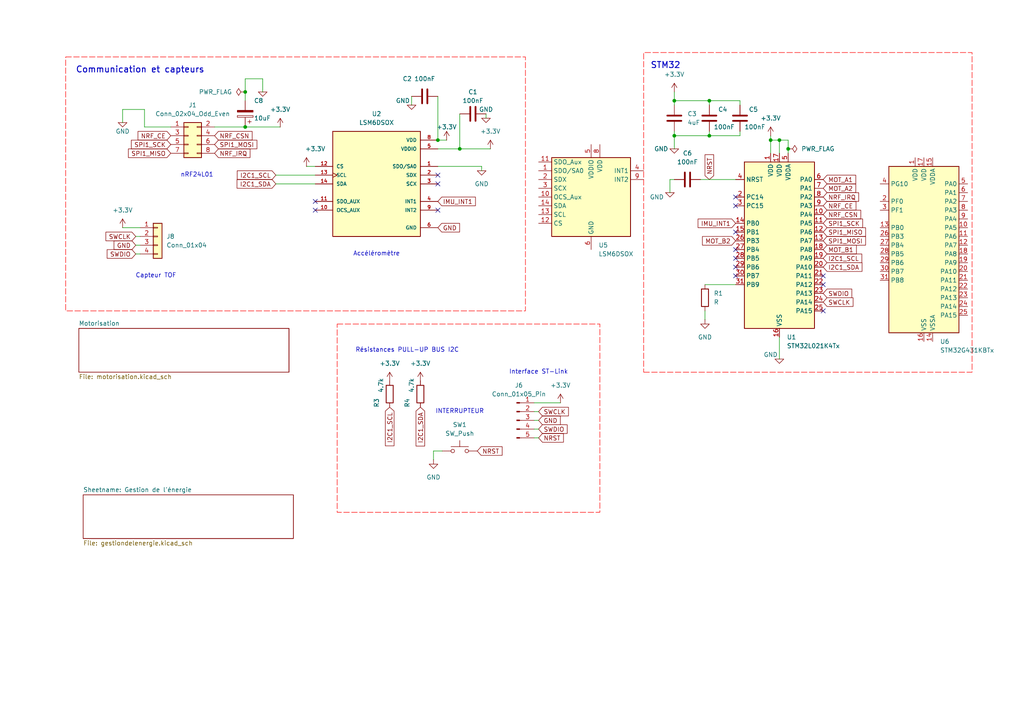
<source format=kicad_sch>
(kicad_sch (version 20250114) (generator "eeschema") (generator_version "9.0")
  (paper "A4")
  (title_block (title "PCB BOT Moatsembellh") (date "2026-02-07") (rev "1.0") (company "ENSEA"))
  (lib_symbols
    (symbol "Connector:Conn_01x05_Pin" (pin_names (offset 1.016) (hide yes))
      (property "Reference" "J" (at 0 7.62 0))
      (property "Value" "Conn_01x05_Pin" (at 0 -7.62 0))
      (symbol "Conn_01x05_Pin_1_1"
        (rectangle (start 0.8636 5.207) (end 0 4.953) (stroke (width 0.1524)) (fill (type outline)))
        (rectangle (start 0.8636 2.667) (end 0 2.413) (stroke (width 0.1524)) (fill (type outline)))
        (rectangle (start 0.8636 0.127) (end 0 -0.127) (stroke (width 0.1524)) (fill (type outline)))
        (rectangle (start 0.8636 -2.413) (end 0 -2.667) (stroke (width 0.1524)) (fill (type outline)))
        (rectangle (start 0.8636 -4.953) (end 0 -5.207) (stroke (width 0.1524)) (fill (type outline)))
        (polyline (pts (xy 1.27 5.08) (xy 0.8636 5.08)) (stroke (width 0.1524)))
        (polyline (pts (xy 1.27 2.54) (xy 0.8636 2.54)) (stroke (width 0.1524)))
        (polyline (pts (xy 1.27 0) (xy 0.8636 0)) (stroke (width 0.1524)))
        (polyline (pts (xy 1.27 -2.54) (xy 0.8636 -2.54)) (stroke (width 0.1524)))
        (polyline (pts (xy 1.27 -5.08) (xy 0.8636 -5.08)) (stroke (width 0.1524)))
        (pin passive line (at 5.08 5.08 180) (length 3.81) (name "Pin_1") (number "1"))
        (pin passive line (at 5.08 2.54 180) (length 3.81) (name "Pin_2") (number "2"))
        (pin passive line (at 5.08 0 180) (length 3.81) (name "Pin_3") (number "3"))
        (pin passive line (at 5.08 -2.54 180) (length 3.81) (name "Pin_4") (number "4"))
        (pin passive line (at 5.08 -5.08 180) (length 3.81) (name "Pin_5") (number "5"))
      )
    )
    (symbol "Connector_Generic:Conn_01x04" (pin_names (offset 1.016) (hide yes))
      (property "Reference" "J" (at 0 5.08 0))
      (property "Value" "Conn_01x04" (at 0 -7.62 0))
      (symbol "Conn_01x04_1_1"
        (rectangle (start -1.27 3.81) (end 1.27 -6.35) (stroke (width 0.254)) (fill (type background)))
        (rectangle (start -1.27 2.667) (end 0 2.413) (stroke (width 0.1524)))
        (rectangle (start -1.27 0.127) (end 0 -0.127) (stroke (width 0.1524)))
        (rectangle (start -1.27 -2.413) (end 0 -2.667) (stroke (width 0.1524)))
        (rectangle (start -1.27 -4.953) (end 0 -5.207) (stroke (width 0.1524)))
        (pin passive line (at -5.08 2.54 0) (length 3.81) (name "Pin_1") (number "1"))
        (pin passive line (at -5.08 0 0) (length 3.81) (name "Pin_2") (number "2"))
        (pin passive line (at -5.08 -2.54 0) (length 3.81) (name "Pin_3") (number "3"))
        (pin passive line (at -5.08 -5.08 0) (length 3.81) (name "Pin_4") (number "4"))
      )
    )
    (symbol "Connector_Generic:Conn_02x04_Odd_Even" (pin_names (offset 1.016) (hide yes))
      (property "Reference" "J" (at 1.27 5.08 0))
      (property "Value" "Conn_02x04_Odd_Even" (at 1.27 -7.62 0))
      (symbol "Conn_02x04_Odd_Even_1_1"
        (rectangle (start -1.27 3.81) (end 3.81 -6.35) (stroke (width 0.254)) (fill (type background)))
        (rectangle (start -1.27 2.667) (end 0 2.413) (stroke (width 0.1524)))
        (rectangle (start -1.27 0.127) (end 0 -0.127) (stroke (width 0.1524)))
        (rectangle (start -1.27 -2.413) (end 0 -2.667) (stroke (width 0.1524)))
        (rectangle (start -1.27 -4.953) (end 0 -5.207) (stroke (width 0.1524)))
        (rectangle (start 3.81 2.667) (end 2.54 2.413) (stroke (width 0.1524)))
        (rectangle (start 3.81 0.127) (end 2.54 -0.127) (stroke (width 0.1524)))
        (rectangle (start 3.81 -2.413) (end 2.54 -2.667) (stroke (width 0.1524)))
        (rectangle (start 3.81 -4.953) (end 2.54 -5.207) (stroke (width 0.1524)))
        (pin passive line (at -5.08 2.54 0) (length 3.81) (name "Pin_1") (number "1"))
        (pin passive line (at -5.08 0 0) (length 3.81) (name "Pin_3") (number "3"))
        (pin passive line (at -5.08 -2.54 0) (length 3.81) (name "Pin_5") (number "5"))
        (pin passive line (at -5.08 -5.08 0) (length 3.81) (name "Pin_7") (number "7"))
        (pin passive line (at 7.62 2.54 180) (length 3.81) (name "Pin_2") (number "2"))
        (pin passive line (at 7.62 0 180) (length 3.81) (name "Pin_4") (number "4"))
        (pin passive line (at 7.62 -2.54 180) (length 3.81) (name "Pin_6") (number "6"))
        (pin passive line (at 7.62 -5.08 180) (length 3.81) (name "Pin_8") (number "8"))
      )
    )
    (symbol "Device:C" (pin_numbers (hide yes)) (pin_names (offset 0.254))
      (property "Reference" "C" (at 0.635 2.54 0))
      (property "Value" "C" (at 0.635 -2.54 0))
      (symbol "C_0_1"
        (polyline (pts (xy -2.032 0.762) (xy 2.032 0.762)) (stroke (width 0.508)))
        (polyline (pts (xy -2.032 -0.762) (xy 2.032 -0.762)) (stroke (width 0.508)))
      )
      (symbol "C_1_1"
        (pin passive line (at 0 3.81 270) (length 2.794) (name "~") (number "1"))
        (pin passive line (at 0 -3.81 90) (length 2.794) (name "~") (number "2"))
      )
    )
    (symbol "Device:C_Polarized" (pin_numbers (hide yes)) (pin_names (offset 0.254))
      (property "Reference" "C" (at 0.635 2.54 0))
      (property "Value" "C_Polarized" (at 0.635 -2.54 0))
      (symbol "C_Polarized_0_1"
        (rectangle (start -2.286 0.508) (end 2.286 1.016))
        (polyline (pts (xy -1.778 2.286) (xy -0.762 2.286)))
        (polyline (pts (xy -1.27 2.794) (xy -1.27 1.778)))
        (rectangle (start 2.286 -0.508) (end -2.286 -1.016) (fill (type outline)))
      )
      (symbol "C_Polarized_1_1"
        (pin passive line (at 0 3.81 270) (length 2.794) (name "~") (number "1"))
        (pin passive line (at 0 -3.81 90) (length 2.794) (name "~") (number "2"))
      )
    )
    (symbol "Device:R" (pin_numbers (hide yes)) (pin_names (offset 0))
      (property "Reference" "R" (at 2.032 0 90))
      (property "Value" "R" (at 0 0 90))
      (symbol "R_0_1"
        (rectangle (start -1.016 -2.54) (end 1.016 2.54) (stroke (width 0.254)))
      )
      (symbol "R_1_1"
        (pin passive line (at 0 3.81 270) (length 1.27) (name "~") (number "1"))
        (pin passive line (at 0 -3.81 90) (length 1.27) (name "~") (number "2"))
      )
    )
    (symbol "LSM6DSOX:LSM6DSOX" (pin_names (offset 1.016))
      (property "Reference" "U" (at -12.7 16.002 0))
      (property "Value" "LSM6DSOX" (at -12.7 -17.78 0))
      (symbol "LSM6DSOX_0_0"
        (rectangle (start -12.7 -15.24) (end 12.7 15.24) (stroke (width 0.254)) (fill (type background)))
        (pin input line (at -17.78 5.08 0) (length 5.08) (name "CS") (number "12"))
        (pin input clock (at -17.78 2.54 0) (length 5.08) (name "SCL") (number "13"))
        (pin bidirectional line (at -17.78 0 0) (length 5.08) (name "SDA") (number "14"))
        (pin bidirectional line (at -17.78 -5.08 0) (length 5.08) (name "SDO_AUX") (number "11"))
        (pin bidirectional line (at -17.78 -7.62 0) (length 5.08) (name "OCS_AUX") (number "10"))
        (pin power_in line (at 17.78 12.7 180) (length 5.08) (name "VDD") (number "8"))
        (pin power_in line (at 17.78 10.16 180) (length 5.08) (name "VDDIO") (number "5"))
        (pin bidirectional line (at 17.78 2.54 180) (length 5.08) (name "SDX") (number "2"))
        (pin bidirectional line (at 17.78 0 180) (length 5.08) (name "SCX") (number "3"))
        (pin output line (at 17.78 -5.08 180) (length 5.08) (name "INT1") (number "4"))
        (pin output line (at 17.78 -7.62 180) (length 5.08) (name "INT2") (number "9"))
        (pin power_in line (at 17.78 -12.7 180) (length 5.08) (name "GND") (number "6"))
        (pin power_in line (at 17.78 -12.7 180) (length 5.08) (hide yes) (name "GND") (number "7"))
      )
      (symbol "LSM6DSOX_1_0"
        (pin power_in line (at 17.78 5.08 180) (length 5.08) (name "SDO/SA0") (number "1"))
      )
    )
    (symbol "MCU_ST_STM32G4:STM32G431KBTx"
      (property "Reference" "U" (at -10.16 26.67 0))
      (property "Value" "STM32G431KBTx" (at 5.08 26.67 0))
      (symbol "STM32G431KBTx_0_1"
        (rectangle (start -10.16 -22.86) (end 10.16 25.4) (stroke (width 0.254)) (fill (type background)))
      )
      (symbol "STM32G431KBTx_1_1"
        (pin bidirectional line (at -12.7 20.32 0) (length 2.54) (name "PG10") (number "4"))
        (pin bidirectional line (at -12.7 15.24 0) (length 2.54) (name "PF0") (number "2"))
        (pin bidirectional line (at -12.7 12.7 0) (length 2.54) (name "PF1") (number "3"))
        (pin bidirectional line (at -12.7 7.62 0) (length 2.54) (name "PB0") (number "13"))
        (pin bidirectional line (at -12.7 5.08 0) (length 2.54) (name "PB3") (number "26"))
        (pin bidirectional line (at -12.7 2.54 0) (length 2.54) (name "PB4") (number "27"))
        (pin bidirectional line (at -12.7 0 0) (length 2.54) (name "PB5") (number "28"))
        (pin bidirectional line (at -12.7 -2.54 0) (length 2.54) (name "PB6") (number "29"))
        (pin bidirectional line (at -12.7 -5.08 0) (length 2.54) (name "PB7") (number "30"))
        (pin bidirectional line (at -12.7 -7.62 0) (length 2.54) (name "PB8") (number "31"))
        (pin power_in line (at -2.54 27.94 270) (length 2.54) (name "VDD") (number "1"))
        (pin power_in line (at 0 27.94 270) (length 2.54) (name "VDD") (number "17"))
        (pin power_in line (at 0 -25.4 90) (length 2.54) (name "VSS") (number "16"))
        (pin passive line (at 0 -25.4 90) (length 2.54) (hide yes) (name "VSS") (number "32"))
        (pin power_in line (at 2.54 27.94 270) (length 2.54) (name "VDDA") (number "15"))
        (pin power_in line (at 2.54 -25.4 90) (length 2.54) (name "VSSA") (number "14"))
        (pin bidirectional line (at 12.7 20.32 180) (length 2.54) (name "PA0") (number "5"))
        (pin bidirectional line (at 12.7 17.78 180) (length 2.54) (name "PA1") (number "6"))
        (pin bidirectional line (at 12.7 15.24 180) (length 2.54) (name "PA2") (number "7"))
        (pin bidirectional line (at 12.7 12.7 180) (length 2.54) (name "PA3") (number "8"))
        (pin bidirectional line (at 12.7 10.16 180) (length 2.54) (name "PA4") (number "9"))
        (pin bidirectional line (at 12.7 7.62 180) (length 2.54) (name "PA5") (number "10"))
        (pin bidirectional line (at 12.7 5.08 180) (length 2.54) (name "PA6") (number "11"))
        (pin bidirectional line (at 12.7 2.54 180) (length 2.54) (name "PA7") (number "12"))
        (pin bidirectional line (at 12.7 0 180) (length 2.54) (name "PA8") (number "18"))
        (pin bidirectional line (at 12.7 -2.54 180) (length 2.54) (name "PA9") (number "19"))
        (pin bidirectional line (at 12.7 -5.08 180) (length 2.54) (name "PA10") (number "20"))
        (pin bidirectional line (at 12.7 -7.62 180) (length 2.54) (name "PA11") (number "21"))
        (pin bidirectional line (at 12.7 -10.16 180) (length 2.54) (name "PA12") (number "22"))
        (pin bidirectional line (at 12.7 -12.7 180) (length 2.54) (name "PA13") (number "23"))
        (pin bidirectional line (at 12.7 -15.24 180) (length 2.54) (name "PA14") (number "24"))
        (pin bidirectional line (at 12.7 -17.78 180) (length 2.54) (name "PA15") (number "25"))
      )
    )
    (symbol "MCU_ST_STM32L0:STM32L021K4Tx"
      (property "Reference" "U" (at -10.16 26.67 0))
      (property "Value" "STM32L021K4Tx" (at 5.08 26.67 0))
      (symbol "STM32L021K4Tx_0_1"
        (rectangle (start -10.16 -22.86) (end 10.16 25.4) (stroke (width 0.254)) (fill (type background)))
      )
      (symbol "STM32L021K4Tx_1_1"
        (pin input line (at -12.7 20.32 0) (length 2.54) (name "NRST") (number "4"))
        (pin bidirectional line (at -12.7 15.24 0) (length 2.54) (name "PC14") (number "2"))
        (pin bidirectional line (at -12.7 12.7 0) (length 2.54) (name "PC15") (number "3"))
        (pin bidirectional line (at -12.7 7.62 0) (length 2.54) (name "PB0") (number "14"))
        (pin bidirectional line (at -12.7 5.08 0) (length 2.54) (name "PB1") (number "15"))
        (pin bidirectional line (at -12.7 2.54 0) (length 2.54) (name "PB3") (number "26"))
        (pin bidirectional line (at -12.7 0 0) (length 2.54) (name "PB4") (number "27"))
        (pin bidirectional line (at -12.7 -2.54 0) (length 2.54) (name "PB5") (number "28"))
        (pin bidirectional line (at -12.7 -5.08 0) (length 2.54) (name "PB6") (number "29"))
        (pin bidirectional line (at -12.7 -7.62 0) (length 2.54) (name "PB7") (number "30"))
        (pin bidirectional line (at -12.7 -10.16 0) (length 2.54) (name "PB9") (number "31"))
        (pin power_in line (at -2.54 27.94 270) (length 2.54) (name "VDD") (number "1"))
        (pin power_in line (at 0 27.94 270) (length 2.54) (name "VDD") (number "17"))
        (pin power_in line (at 0 -25.4 90) (length 2.54) (name "VSS") (number "16"))
        (pin passive line (at 0 -25.4 90) (length 2.54) (hide yes) (name "VSS") (number "32"))
        (pin power_in line (at 2.54 27.94 270) (length 2.54) (name "VDDA") (number "5"))
        (pin bidirectional line (at 12.7 20.32 180) (length 2.54) (name "PA0") (number "6"))
        (pin bidirectional line (at 12.7 17.78 180) (length 2.54) (name "PA1") (number "7"))
        (pin bidirectional line (at 12.7 15.24 180) (length 2.54) (name "PA2") (number "8"))
        (pin bidirectional line (at 12.7 12.7 180) (length 2.54) (name "PA3") (number "9"))
        (pin bidirectional line (at 12.7 10.16 180) (length 2.54) (name "PA4") (number "10"))
        (pin bidirectional line (at 12.7 7.62 180) (length 2.54) (name "PA5") (number "11"))
        (pin bidirectional line (at 12.7 5.08 180) (length 2.54) (name "PA6") (number "12"))
        (pin bidirectional line (at 12.7 2.54 180) (length 2.54) (name "PA7") (number "13"))
        (pin bidirectional line (at 12.7 0 180) (length 2.54) (name "PA8") (number "18"))
        (pin bidirectional line (at 12.7 -2.54 180) (length 2.54) (name "PA9") (number "19"))
        (pin bidirectional line (at 12.7 -5.08 180) (length 2.54) (name "PA10") (number "20"))
        (pin bidirectional line (at 12.7 -7.62 180) (length 2.54) (name "PA11") (number "21"))
        (pin bidirectional line (at 12.7 -10.16 180) (length 2.54) (name "PA12") (number "22"))
        (pin bidirectional line (at 12.7 -12.7 180) (length 2.54) (name "PA13") (number "23"))
        (pin bidirectional line (at 12.7 -15.24 180) (length 2.54) (name "PA14") (number "24"))
        (pin bidirectional line (at 12.7 -17.78 180) (length 2.54) (name "PA15") (number "25"))
      )
    )
    (symbol "Sensor_Motion:LSM6DSM"
      (property "Reference" "U" (at -11.43 15.24 0))
      (property "Value" "LSM6DSM" (at -11.43 12.7 0))
      (symbol "LSM6DSM_0_1"
        (rectangle (start 11.43 11.43) (end -11.43 -11.43) (stroke (width 0.254)) (fill (type background)))
      )
      (symbol "LSM6DSM_1_1"
        (pin bidirectional line (at -15.24 10.16 0) (length 3.81) (name "SDO_Aux") (number "11"))
        (pin bidirectional line (at -15.24 7.62 0) (length 3.81) (name "SDO/SA0") (number "1"))
        (pin bidirectional line (at -15.24 5.08 0) (length 3.81) (name "SDX") (number "2"))
        (pin input line (at -15.24 2.54 0) (length 3.81) (name "SCX") (number "3"))
        (pin passive line (at -15.24 0 0) (length 3.81) (name "OCS_Aux") (number "10"))
        (pin bidirectional line (at -15.24 -2.54 0) (length 3.81) (name "SDA") (number "14"))
        (pin input line (at -15.24 -5.08 0) (length 3.81) (name "SCL") (number "13"))
        (pin input line (at -15.24 -7.62 0) (length 3.81) (name "CS") (number "12"))
        (pin power_in line (at 0 15.24 270) (length 3.81) (name "VDDIO") (number "5"))
        (pin power_in line (at 0 -15.24 90) (length 3.81) (name "GND") (number "6"))
        (pin passive line (at 0 -15.24 90) (length 3.81) (hide yes) (name "GND") (number "7"))
        (pin power_in line (at 2.54 15.24 270) (length 3.81) (name "VDD") (number "8"))
        (pin output line (at 15.24 7.62 180) (length 3.81) (name "INT1") (number "4"))
        (pin output line (at 15.24 5.08 180) (length 3.81) (name "INT2") (number "9"))
      )
    )
    (symbol "Simulation_SPICE:0" (power) (pin_numbers (hide yes)) (pin_names (offset 0) (hide yes))
      (property "Value" "0" (at 0 -2.54 0))
      (symbol "0_0_1"
        (polyline (pts (xy -1.27 0) (xy 0 -1.27) (xy 1.27 0) (xy -1.27 0)))
      )
      (symbol "0_1_1"
        (pin power_in line (at 0 0 0) (length 0) (name "~") (number "1"))
      )
    )
    (symbol "Switch:SW_Push" (pin_numbers (hide yes)) (pin_names (offset 1.016) (hide yes))
      (property "Reference" "SW" (at 1.27 2.54 0))
      (property "Value" "SW_Push" (at 0 -1.524 0))
      (symbol "SW_Push_0_1"
        (circle (center -2.032 0) (radius 0.508))
        (polyline (pts (xy 0 1.27) (xy 0 3.048)))
        (circle (center 2.032 0) (radius 0.508))
        (polyline (pts (xy 2.54 1.27) (xy -2.54 1.27)))
        (pin passive line (at -5.08 0 0) (length 2.54) (name "1") (number "1"))
        (pin passive line (at 5.08 0 180) (length 2.54) (name "2") (number "2"))
      )
    )
    (symbol "power:+3.3V" (power) (pin_numbers (hide yes)) (pin_names (offset 0) (hide yes))
      (property "Value" "+3.3V" (at 0 3.556 0))
      (symbol "+3.3V_0_1"
        (polyline (pts (xy -0.762 1.27) (xy 0 2.54)))
        (polyline (pts (xy 0 2.54) (xy 0.762 1.27)))
        (polyline (pts (xy 0 0) (xy 0 2.54)))
      )
      (symbol "+3.3V_1_1"
        (pin power_in line (at 0 0 90) (length 0) (name "~") (number "1"))
      )
    )
    (symbol "power:GND" (power) (pin_numbers (hide yes)) (pin_names (offset 0) (hide yes))
      (property "Value" "GND" (at 0 -3.81 0))
      (symbol "GND_0_1"
        (polyline (pts (xy 0 0) (xy 0 -1.27) (xy 1.27 -1.27) (xy 0 -2.54) (xy -1.27 -1.27) (xy 0 -1.27)))
      )
      (symbol "GND_1_1"
        (pin power_in line (at 0 0 270) (length 0) (name "~") (number "1"))
      )
    )
    (symbol "power:PWR_FLAG" (power) (pin_numbers (hide yes)) (pin_names (offset 0) (hide yes))
      (property "Value" "PWR_FLAG" (at 0 3.81 0))
      (symbol "PWR_FLAG_0_0"
        (pin power_out line (at 0 0 90) (length 0) (name "~") (number "1"))
      )
      (symbol "PWR_FLAG_0_1"
        (polyline (pts (xy 0 0) (xy 0 1.27) (xy -1.016 1.905) (xy 0 2.54) (xy 1.016 1.905) (xy 0 1.27)))
      )
    )
  )
  (text "nRF24L01" (at 57.15 50.8 0) (effects (font (size 1.27 1.27))))
  (text "Résistances PULL-UP BUS I2C" (at 118.11 101.6 0) (effects (font (size 1.27 1.27))))
  (text "STM32" (at 193.04 19.05 0) (effects (font (size 1.778 1.778) (thickness 0.254) (bold yes))))
  (text "Interface ST-Link" (at 156.21 107.95 0) (effects (font (size 1.27 1.27))))
  (text "INTERRUPTEUR\n" (at 133.35 119.38 0) (effects (font (size 1.27 1.27))))
  (text "Accéléromètre" (at 109.22 73.66 0) (effects (font (size 1.27 1.27))))
  (text "Communication et capteurs" (at 40.64 20.32 0) (effects (font (size 1.778 1.778) (thickness 0.254) (bold yes))))
  (text "Capteur TOF " (at 45.72 80.01 0) (effects (font (size 1.27 1.27))))
  (junction (at 226.06 40.64))
  (junction (at 71.12 26.67))
  (junction (at 133.35 43.18))
  (junction (at 195.58 39.37))
  (junction (at 127 40.64))
  (junction (at 71.12 36.83))
  (junction (at 223.52 40.64))
  (junction (at 195.58 29.21))
  (junction (at 205.74 29.21))
  (junction (at 228.6 43.18))
  (junction (at 205.74 39.37))
  (no_connect (at 127 53.34))
  (no_connect (at 238.76 80.01))
  (no_connect (at 238.76 90.17))
  (no_connect (at 213.36 74.93))
  (no_connect (at 213.36 59.69))
  (no_connect (at 127 60.96))
  (no_connect (at 91.44 58.42))
  (no_connect (at 127 50.8))
  (no_connect (at 213.36 67.31))
  (no_connect (at 238.76 82.55))
  (no_connect (at 213.36 80.01))
  (no_connect (at 213.36 77.47))
  (no_connect (at 91.44 60.96))
  (no_connect (at 213.36 57.15))
  (no_connect (at 213.36 72.39))
  (wire (pts (xy 156.21 127) (xy 154.94 127)))
  (wire (pts (xy 226.06 97.79) (xy 226.06 104.14)))
  (wire (pts (xy 195.58 52.07) (xy 194.31 52.07)))
  (wire (pts (xy 195.58 39.37) (xy 195.58 43.18)))
  (wire (pts (xy 128.27 130.81) (xy 125.73 130.81)))
  (wire (pts (xy 156.21 119.38) (xy 154.94 119.38)))
  (wire (pts (xy 205.74 39.37) (xy 214.63 39.37)))
  (wire (pts (xy 40.64 73.66) (xy 39.37 73.66)))
  (wire (pts (xy 40.64 68.58) (xy 39.37 68.58)))
  (wire (pts (xy 35.56 31.75) (xy 35.56 35.56)))
  (wire (pts (xy 127 40.64) (xy 129.54 40.64)))
  (wire (pts (xy 154.94 116.84) (xy 162.56 116.84)))
  (wire (pts (xy 127 43.18) (xy 133.35 43.18)))
  (wire (pts (xy 35.56 66.04) (xy 40.64 66.04)))
  (wire (pts (xy 223.52 40.64) (xy 223.52 44.45)))
  (wire (pts (xy 226.06 44.45) (xy 226.06 40.64)))
  (wire (pts (xy 195.58 26.67) (xy 195.58 29.21)))
  (wire (pts (xy 214.63 29.21) (xy 214.63 30.48)))
  (wire (pts (xy 127 48.26) (xy 139.7 48.26)))
  (wire (pts (xy 71.12 22.86) (xy 76.2 22.86)))
  (wire (pts (xy 195.58 29.21) (xy 205.74 29.21)))
  (wire (pts (xy 204.47 82.55) (xy 213.36 82.55)))
  (wire (pts (xy 49.53 36.83) (xy 41.91 36.83)))
  (wire (pts (xy 88.9 48.26) (xy 91.44 48.26)))
  (wire (pts (xy 41.91 31.75) (xy 35.56 31.75)))
  (wire (pts (xy 156.21 124.46) (xy 154.94 124.46)))
  (wire (pts (xy 228.6 40.64) (xy 228.6 43.18)))
  (wire (pts (xy 195.58 38.1) (xy 195.58 39.37)))
  (wire (pts (xy 125.73 130.81) (xy 125.73 133.35)))
  (wire (pts (xy 71.12 26.67) (xy 71.12 22.86)))
  (wire (pts (xy 205.74 29.21) (xy 205.74 30.48)))
  (wire (pts (xy 76.2 22.86) (xy 76.2 26.67)))
  (wire (pts (xy 62.23 36.83) (xy 71.12 36.83)))
  (wire (pts (xy 40.64 71.12) (xy 39.37 71.12)))
  (wire (pts (xy 80.01 53.34) (xy 91.44 53.34)))
  (wire (pts (xy 156.21 121.92) (xy 154.94 121.92)))
  (wire (pts (xy 228.6 43.18) (xy 228.6 44.45)))
  (wire (pts (xy 133.35 33.02) (xy 133.35 43.18)))
  (wire (pts (xy 204.47 90.17) (xy 204.47 92.71)))
  (wire (pts (xy 80.01 50.8) (xy 91.44 50.8)))
  (wire (pts (xy 41.91 36.83) (xy 41.91 31.75)))
  (wire (pts (xy 140.97 33.02) (xy 140.97 34.29)))
  (wire (pts (xy 223.52 39.37) (xy 223.52 40.64)))
  (wire (pts (xy 71.12 36.83) (xy 81.28 36.83)))
  (wire (pts (xy 195.58 29.21) (xy 195.58 30.48)))
  (wire (pts (xy 203.2 52.07) (xy 213.36 52.07)))
  (wire (pts (xy 119.38 27.94) (xy 119.38 30.48)))
  (wire (pts (xy 133.35 43.18) (xy 142.24 43.18)))
  (wire (pts (xy 205.74 29.21) (xy 214.63 29.21)))
  (wire (pts (xy 127 27.94) (xy 127 40.64)))
  (wire (pts (xy 228.6 40.64) (xy 226.06 40.64)))
  (wire (pts (xy 226.06 40.64) (xy 223.52 40.64)))
  (wire (pts (xy 205.74 39.37) (xy 205.74 38.1)))
  (wire (pts (xy 71.12 29.21) (xy 71.12 26.67)))
  (wire (pts (xy 194.31 52.07) (xy 194.31 55.88)))
  (wire (pts (xy 139.7 48.26) (xy 139.7 49.53)))
  (wire (pts (xy 214.63 39.37) (xy 214.63 38.1)))
  (wire (pts (xy 195.58 39.37) (xy 205.74 39.37)))
  (global_label "GND" (shape input) (at 127 66.04 0) (property "Intersheetrefs" "${INTERSHEET_REFS}" (effects (hide yes))))
  (global_label "SPI1_MOSI" (shape input) (at 238.76 69.85 0) (property "Intersheetrefs" "${INTERSHEET_REFS}" (effects (hide yes))))
  (global_label "I2C1_SDA" (shape input) (at 80.01 53.34 180) (property "Intersheetrefs" "${INTERSHEET_REFS}" (effects (hide yes))))
  (global_label "NRF_CSN" (shape input) (at 238.76 62.23 0) (property "Intersheetrefs" "${INTERSHEET_REFS}" (effects (hide yes))))
  (global_label "NRST" (shape input) (at 138.43 130.81 0) (property "Intersheetrefs" "${INTERSHEET_REFS}" (effects (hide yes))))
  (global_label "MOT_A1" (shape input) (at 238.76 52.07 0) (property "Intersheetrefs" "${INTERSHEET_REFS}" (effects (hide yes))))
  (global_label "SPI1_MISO" (shape input) (at 49.53 44.45 180) (property "Intersheetrefs" "${INTERSHEET_REFS}" (effects (hide yes))))
  (global_label "NRF_IRQ" (shape input) (at 238.76 57.15 0) (property "Intersheetrefs" "${INTERSHEET_REFS}" (effects (hide yes))))
  (global_label "NRF_CSN" (shape input) (at 62.23 39.37 0) (property "Intersheetrefs" "${INTERSHEET_REFS}" (effects (hide yes))))
  (global_label "SWDIO" (shape input) (at 238.76 85.09 0) (property "Intersheetrefs" "${INTERSHEET_REFS}" (effects (hide yes))))
  (global_label "SPI1_SCK" (shape input) (at 238.76 64.77 0) (property "Intersheetrefs" "${INTERSHEET_REFS}" (effects (hide yes))))
  (global_label "SWDIO" (shape input) (at 156.21 124.46 0) (property "Intersheetrefs" "${INTERSHEET_REFS}" (effects (hide yes))))
  (global_label "GND" (shape input) (at 156.21 121.92 0) (property "Intersheetrefs" "${INTERSHEET_REFS}" (effects (hide yes))))
  (global_label "SWCLK" (shape input) (at 156.21 119.38 0) (property "Intersheetrefs" "${INTERSHEET_REFS}" (effects (hide yes))))
  (global_label "MOT_A2" (shape input) (at 238.76 54.61 0) (property "Intersheetrefs" "${INTERSHEET_REFS}" (effects (hide yes))))
  (global_label "NRF_CE" (shape input) (at 49.53 39.37 180) (property "Intersheetrefs" "${INTERSHEET_REFS}" (effects (hide yes))))
  (global_label "MOT_B1" (shape input) (at 238.76 72.39 0) (property "Intersheetrefs" "${INTERSHEET_REFS}" (effects (hide yes))))
  (global_label "IMU_INT1" (shape input) (at 213.36 64.77 180) (property "Intersheetrefs" "${INTERSHEET_REFS}" (effects (hide yes))))
  (global_label "SWCLK" (shape input) (at 238.76 87.63 0) (property "Intersheetrefs" "${INTERSHEET_REFS}" (effects (hide yes))))
  (global_label "NRST" (shape input) (at 156.21 127 0) (property "Intersheetrefs" "${INTERSHEET_REFS}" (effects (hide yes))))
  (global_label "I2C1_SCL" (shape input) (at 80.01 50.8 180) (property "Intersheetrefs" "${INTERSHEET_REFS}" (effects (hide yes))))
  (global_label "I2C1_SCL" (shape input) (at 238.76 74.93 0) (property "Intersheetrefs" "${INTERSHEET_REFS}" (effects (hide yes))))
  (global_label "I2C1_SCL" (shape input) (at 113.03 118.11 270) (property "Intersheetrefs" "${INTERSHEET_REFS}" (effects (hide yes))))
  (global_label "GND" (shape input) (at 39.37 71.12 180) (property "Intersheetrefs" "${INTERSHEET_REFS}" (effects (hide yes))))
  (global_label "SWCLK" (shape input) (at 39.37 68.58 180) (property "Intersheetrefs" "${INTERSHEET_REFS}" (effects (hide yes))))
  (global_label "I2C1_SDA" (shape input) (at 238.76 77.47 0) (property "Intersheetrefs" "${INTERSHEET_REFS}" (effects (hide yes))))
  (global_label "SPI1_MOSI" (shape input) (at 62.23 41.91 0) (property "Intersheetrefs" "${INTERSHEET_REFS}" (effects (hide yes))))
  (global_label "SPI1_SCK" (shape input) (at 49.53 41.91 180) (property "Intersheetrefs" "${INTERSHEET_REFS}" (effects (hide yes))))
  (global_label "NRST" (shape input) (at 205.74 52.07 90) (property "Intersheetrefs" "${INTERSHEET_REFS}" (effects (hide yes))))
  (global_label "IMU_INT1" (shape input) (at 127 58.42 0) (property "Intersheetrefs" "${INTERSHEET_REFS}" (effects (hide yes))))
  (global_label "NRF_CE" (shape input) (at 238.76 59.69 0) (property "Intersheetrefs" "${INTERSHEET_REFS}" (effects (hide yes))))
  (global_label "NRF_IRQ" (shape input) (at 62.23 44.45 0) (property "Intersheetrefs" "${INTERSHEET_REFS}" (effects (hide yes))))
  (global_label "SWDIO" (shape input) (at 39.37 73.66 180) (property "Intersheetrefs" "${INTERSHEET_REFS}" (effects (hide yes))))
  (global_label "SPI1_MISO" (shape input) (at 238.76 67.31 0) (property "Intersheetrefs" "${INTERSHEET_REFS}" (effects (hide yes))))
  (global_label "I2C1_SDA" (shape input) (at 121.92 118.11 270) (property "Intersheetrefs" "${INTERSHEET_REFS}" (effects (hide yes))))
  (global_label "MOT_B2" (shape input) (at 213.36 69.85 180) (property "Intersheetrefs" "${INTERSHEET_REFS}" (effects (hide yes))))
  (rule_area (polyline (pts (xy 186.69 107.95) (xy 281.94 107.95) (xy 281.94 15.24) (xy 186.69 15.24)) (stroke (width 0) (type dash))))
  (rule_area (polyline (pts (xy 97.79 93.98) (xy 173.99 93.98) (xy 173.99 148.59) (xy 97.79 148.59)) (stroke (width 0) (type dash))))
  (rule_area (polyline (pts (xy 19.05 16.51) (xy 152.4 16.51) (xy 152.4 90.17) (xy 19.05 90.17)) (stroke (width 0) (type dash))))
  (symbol (lib_id "Device:C") (at 214.63 34.29 0) (unit 1)
    (property "Reference" "C5" (at 217.17 31.75 0) (effects (justify left)))
    (property "Value" "100nF" (at 215.9 36.83 0) (effects (justify left)))
    (property "Footprint" "Capacitor_SMD:C_0603_1608Metric_Pad1.08x0.95mm_HandSolder" (effects (hide yes)))
    (property "Description" "Unpolarized capacitor" (effects (hide yes)))
  )
  (symbol (lib_id "Connector_Generic:Conn_01x04") (at 45.72 68.58 0) (unit 1)
    (property "Reference" "J8" (at 48.26 68.5799 0) (effects (justify left)))
    (property "Value" "Conn_01x04" (at 48.26 71.1199 0) (effects (justify left)))
    (property "Footprint" "Connector_PinHeader_2.54mm:PinHeader_1x04_P2.54mm_Vertical" (effects (hide yes)))
    (property "Description" "Generic connector, single row, 01x04, script generated (kicad-library-utils/schlib/autogen/connector/)" (effects (hide yes)))
  )
  (symbol (lib_id "power:+3.3V") (at 129.54 40.64 0) (unit 1)
    (property "Reference" "#PWR03" (effects (hide yes)))
    (property "Value" "+3.3V" (at 129.54 36.83 0))
    (property "Description" "Power symbol creates a global label with name \"+3.3V\"" (effects (hide yes)))
  )
  (symbol (lib_id "Sensor_Motion:LSM6DSM") (at 171.45 57.15 0) (unit 1)
    (property "Reference" "U5" (at 173.5933 71.12 0) (effects (justify left)))
    (property "Value" "LSM6DSOX" (at 173.5933 73.66 0) (effects (justify left)))
    (property "Footprint" "Package_LGA:LGA-14_3x2.5mm_P0.5mm_LayoutBorder3x4y" (effects (hide yes)))
    (property "Datasheet" "https://www.st.com/resource/en/datasheet/lsm6dsm.pdf" (effects (hide yes)))
    (property "Description" "I2C/SPI, iNEMO inertial module: always-on 3D accelerometer and 3D gyroscope, with auxiliary SPI, 1.71V to 3.6V VCC" (effects (hide yes)))
  )
  (symbol (lib_id "power:PWR_FLAG") (at 71.12 26.67 90) (unit 1)
    (property "Reference" "#FLG02" (effects (hide yes)))
    (property "Value" "PWR_FLAG" (at 67.31 26.6699 90) (effects (justify left)))
    (property "Description" "Special symbol for telling ERC where power comes from" (effects (hide yes)))
  )
  (symbol (lib_id "Simulation_SPICE:0") (at 119.38 30.48 0) (unit 1)
    (property "Reference" "#GND03" (effects (hide yes)))
    (property "Value" "GND" (at 116.84 29.21 0))
    (property "Datasheet" "https://ngspice.sourceforge.io/docs/ngspice-html-manual/manual.xhtml#subsec_Circuit_elements__device" (effects (hide yes)))
    (property "Description" "0V reference potential for simulation" (effects (hide yes)))
  )
  (symbol (lib_id "power:+3.3V") (at 142.24 43.18 0) (unit 1)
    (property "Reference" "#PWR01" (effects (hide yes)))
    (property "Value" "+3.3V" (at 142.24 38.1 0))
    (property "Description" "Power symbol creates a global label with name \"+3.3V\"" (effects (hide yes)))
  )
  (symbol (lib_id "MCU_ST_STM32L0:STM32L021K4Tx") (at 226.06 72.39 0) (unit 1)
    (property "Reference" "U1" (at 228.2033 97.79 0) (effects (justify left)))
    (property "Value" "STM32L021K4Tx" (at 228.2033 100.33 0) (effects (justify left)))
    (property "Footprint" "Package_QFP:LQFP-32_7x7mm_P0.8mm" (effects (hide yes)))
    (property "Datasheet" "https://www.st.com/resource/en/datasheet/stm32l021k4.pdf" (effects (hide yes)))
    (property "Description" "STMicroelectronics Arm Cortex-M0+ MCU, 16KB flash, 2KB RAM, 32 MHz, 1.65-3.6V, 26 GPIO, LQFP32" (effects (hide yes)))
  )
  (symbol (lib_id "Simulation_SPICE:0") (at 139.7 49.53 0) (unit 1)
    (property "Reference" "#GND01" (effects (hide yes)))
    (property "Value" "GND" (at 139.7 53.34 0))
    (property "Datasheet" "https://ngspice.sourceforge.io/docs/ngspice-html-manual/manual.xhtml#subsec_Circuit_elements__device" (effects (hide yes)))
    (property "Description" "0V reference potential for simulation" (effects (hide yes)))
  )
  (symbol (lib_id "Connector_Generic:Conn_02x04_Odd_Even") (at 54.61 39.37 0) (unit 1)
    (property "Reference" "J1" (at 55.88 30.48 0))
    (property "Value" "Conn_02x04_Odd_Even" (at 55.88 33.02 0))
    (property "Footprint" "Connector_PinHeader_2.54mm:PinHeader_2x04_P2.54mm_Vertical_SMD" (effects (hide yes)))
    (property "Description" "Generic connector, double row, 02x04, odd/even pin numbering scheme (row 1 odd numbers, row 2 even numbers), script generated (kicad-library-utils/schlib/autogen/connector/)" (effects (hide yes)))
  )
  (symbol (lib_id "power:+3.3V") (at 113.03 110.49 0) (unit 1)
    (property "Reference" "#PWR04" (effects (hide yes)))
    (property "Value" "+3.3V" (at 113.03 105.41 0))
    (property "Description" "Power symbol creates a global label with name \"+3.3V\"" (effects (hide yes)))
  )
  (symbol (lib_id "power:+3.3V") (at 35.56 66.04 0) (unit 1)
    (property "Reference" "#PWR010" (effects (hide yes)))
    (property "Value" "+3.3V" (at 35.56 60.96 0))
    (property "Description" "Power symbol creates a global label with name \"+3.3V\"" (effects (hide yes)))
  )
  (symbol (lib_id "Simulation_SPICE:0") (at 35.56 35.56 0) (unit 1)
    (property "Reference" "#GND07" (effects (hide yes)))
    (property "Value" "GND" (at 35.56 38.1 0))
    (property "Datasheet" "https://ngspice.sourceforge.io/docs/ngspice-html-manual/manual.xhtml#subsec_Circuit_elements__device" (effects (hide yes)))
    (property "Description" "0V reference potential for simulation" (effects (hide yes)))
  )
  (symbol (lib_id "Simulation_SPICE:0") (at 76.2 26.67 0) (unit 1)
    (property "Reference" "#GND08" (effects (hide yes)))
    (property "Value" "0" (effects (hide yes)))
    (property "Datasheet" "https://ngspice.sourceforge.io/docs/ngspice-html-manual/manual.xhtml#subsec_Circuit_elements__device" (effects (hide yes)))
    (property "Description" "0V reference potential for simulation" (effects (hide yes)))
  )
  (symbol (lib_id "power:+3.3V") (at 162.56 116.84 0) (unit 1)
    (property "Reference" "#PWR027" (effects (hide yes)))
    (property "Value" "+3.3V" (at 162.56 111.76 0))
    (property "Description" "Power symbol creates a global label with name \"+3.3V\"" (effects (hide yes)))
  )
  (symbol (lib_id "Device:R") (at 204.47 86.36 0) (unit 1)
    (property "Reference" "R1" (at 207.01 85.0899 0) (effects (justify left)))
    (property "Value" "R" (at 207.01 87.6299 0) (effects (justify left)))
    (property "Footprint" "Resistor_SMD:R_0805_2012Metric_Pad1.20x1.40mm_HandSolder" (effects (hide yes)))
    (property "Description" "Resistor" (effects (hide yes)))
  )
  (symbol (lib_id "Device:R") (at 113.03 114.3 180) (unit 1)
    (property "Reference" "R3" (at 109.22 116.84 90))
    (property "Value" "4.7k" (at 110.49 111.76 90))
    (property "Footprint" "Resistor_SMD:R_0805_2012Metric_Pad1.20x1.40mm_HandSolder" (effects (hide yes)))
    (property "Description" "Resistor" (effects (hide yes)))
  )
  (symbol (lib_id "power:+3.3V") (at 81.28 36.83 0) (unit 1)
    (property "Reference" "#PWR09" (effects (hide yes)))
    (property "Value" "+3.3V" (at 81.28 31.75 0))
    (property "Description" "Power symbol creates a global label with name \"+3.3V\"" (effects (hide yes)))
  )
  (symbol (lib_id "Device:C_Polarized") (at 71.12 33.02 180) (unit 1)
    (property "Reference" "C8" (at 73.66 29.21 0) (effects (justify right)))
    (property "Value" "10uF" (at 73.66 34.29 0) (effects (justify right)))
    (property "Footprint" "Capacitor_SMD:C_0603_1608Metric_Pad1.08x0.95mm_HandSolder" (effects (hide yes)))
    (property "Description" "Polarized capacitor" (effects (hide yes)))
  )
  (symbol (lib_id "Switch:SW_Push") (at 133.35 130.81 0) (unit 1)
    (property "Reference" "SW1" (at 133.35 123.19 0))
    (property "Value" "SW_Push" (at 133.35 125.73 0))
    (property "Footprint" "Button_Switch_SMD:SW_Push_1P1T_NO_E-Switch_TL3301NxxxxxG" (effects (hide yes)))
    (property "Description" "Push button switch, generic, two pins" (effects (hide yes)))
  )
  (symbol (lib_id "power:+3.3V") (at 223.52 39.37 0) (unit 1)
    (property "Reference" "#PWR06" (effects (hide yes)))
    (property "Value" "+3.3V" (at 223.52 34.29 0))
    (property "Description" "Power symbol creates a global label with name \"+3.3V\"" (effects (hide yes)))
  )
  (symbol (lib_id "power:GND") (at 204.47 92.71 0) (unit 1)
    (property "Reference" "#PWR029" (effects (hide yes)))
    (property "Value" "GND" (at 204.47 97.79 0))
    (property "Description" "Power symbol creates a global label with name \"GND\" , ground" (effects (hide yes)))
  )
  (symbol (lib_id "MCU_ST_STM32G4:STM32G431KBTx") (at 267.97 73.66 0) (unit 1)
    (property "Reference" "U6" (at 272.6533 99.06 0) (effects (justify left)))
    (property "Value" "STM32G431KBTx" (at 272.6533 101.6 0) (effects (justify left)))
    (property "Footprint" "Package_QFP:LQFP-32_7x7mm_P0.8mm" (effects (hide yes)))
    (property "Datasheet" "https://www.st.com/resource/en/datasheet/stm32g431kb.pdf" (effects (hide yes)))
    (property "Description" "STMicroelectronics Arm Cortex-M4 MCU, 128KB flash, 32KB RAM, 170 MHz, 1.71-3.6V, 26 GPIO, LQFP32" (effects (hide yes)))
  )
  (symbol (lib_id "Device:C") (at 137.16 33.02 90) (unit 1)
    (property "Reference" "C1" (at 137.16 26.67 90))
    (property "Value" "100nF" (at 137.16 29.21 90))
    (property "Footprint" "Capacitor_SMD:C_0603_1608Metric_Pad1.08x0.95mm_HandSolder" (effects (hide yes)))
    (property "Description" "Unpolarized capacitor" (effects (hide yes)))
  )
  (symbol (lib_id "power:+3.3V") (at 88.9 48.26 0) (unit 1)
    (property "Reference" "#PWR02" (effects (hide yes)))
    (property "Value" "+3.3V" (at 91.44 43.18 0))
    (property "Description" "Power symbol creates a global label with name \"+3.3V\"" (effects (hide yes)))
  )
  (symbol (lib_id "Device:C") (at 123.19 27.94 90) (unit 1)
    (property "Reference" "C2" (at 118.11 22.86 90))
    (property "Value" "100nF" (at 123.19 22.86 90))
    (property "Footprint" "Capacitor_SMD:C_0603_1608Metric_Pad1.08x0.95mm_HandSolder" (effects (hide yes)))
    (property "Description" "Unpolarized capacitor" (effects (hide yes)))
  )
  (symbol (lib_id "Device:C") (at 195.58 34.29 0) (unit 1)
    (property "Reference" "C3" (at 199.39 33.0199 0) (effects (justify left)))
    (property "Value" "4uF" (at 199.39 35.5599 0) (effects (justify left)))
    (property "Footprint" "Capacitor_SMD:C_0603_1608Metric_Pad1.08x0.95mm_HandSolder" (effects (hide yes)))
    (property "Description" "Unpolarized capacitor" (effects (hide yes)))
  )
  (symbol (lib_id "Simulation_SPICE:0") (at 194.31 55.88 0) (unit 1)
    (property "Reference" "#GND06" (effects (hide yes)))
    (property "Value" "GND" (at 190.5 57.15 0))
    (property "Datasheet" "https://ngspice.sourceforge.io/docs/ngspice-html-manual/manual.xhtml#subsec_Circuit_elements__device" (effects (hide yes)))
    (property "Description" "0V reference potential for simulation" (effects (hide yes)))
  )
  (symbol (lib_id "Device:C") (at 205.74 34.29 0) (unit 1)
    (property "Reference" "C4" (at 208.28 31.75 0) (effects (justify left)))
    (property "Value" "100nF" (at 207.01 36.83 0) (effects (justify left)))
    (property "Footprint" "Capacitor_SMD:C_0603_1608Metric_Pad1.08x0.95mm_HandSolder" (effects (hide yes)))
    (property "Description" "Unpolarized capacitor" (effects (hide yes)))
  )
  (symbol (lib_id "Simulation_SPICE:0") (at 226.06 104.14 0) (unit 1)
    (property "Reference" "#GND04" (effects (hide yes)))
    (property "Value" "GND" (at 223.52 102.87 0))
    (property "Datasheet" "https://ngspice.sourceforge.io/docs/ngspice-html-manual/manual.xhtml#subsec_Circuit_elements__device" (effects (hide yes)))
    (property "Description" "0V reference potential for simulation" (effects (hide yes)))
  )
  (symbol (lib_id "power:+3.3V") (at 195.58 26.67 0) (unit 1)
    (property "Reference" "#PWR07" (effects (hide yes)))
    (property "Value" "+3.3V" (at 195.58 21.59 0))
    (property "Description" "Power symbol creates a global label with name \"+3.3V\"" (effects (hide yes)))
  )
  (symbol (lib_id "Connector:Conn_01x05_Pin") (at 149.86 121.92 0) (unit 1)
    (property "Reference" "J6" (at 150.495 111.76 0))
    (property "Value" "Conn_01x05_Pin" (at 150.495 114.3 0))
    (property "Footprint" "Connector_PinHeader_2.54mm:PinHeader_1x05_P2.54mm_Vertical" (effects (hide yes)))
    (property "Description" "Generic connector, single row, 01x05, script generated" (effects (hide yes)))
  )
  (symbol (lib_id "power:+3.3V") (at 121.92 110.49 0) (unit 1)
    (property "Reference" "#PWR05" (effects (hide yes)))
    (property "Value" "+3.3V" (at 121.92 105.41 0))
    (property "Description" "Power symbol creates a global label with name \"+3.3V\"" (effects (hide yes)))
  )
  (symbol (lib_id "Device:R") (at 121.92 114.3 180) (unit 1)
    (property "Reference" "R4" (at 118.11 116.84 90))
    (property "Value" "4.7k" (at 119.38 111.76 90))
    (property "Footprint" "Resistor_SMD:R_0805_2012Metric_Pad1.20x1.40mm_HandSolder" (effects (hide yes)))
    (property "Description" "Resistor" (effects (hide yes)))
  )
  (symbol (lib_id "power:PWR_FLAG") (at 228.6 43.18 270) (unit 1)
    (property "Reference" "#FLG01" (effects (hide yes)))
    (property "Value" "PWR_FLAG" (at 232.41 43.1799 90) (effects (justify left)))
    (property "Description" "Special symbol for telling ERC where power comes from" (effects (hide yes)))
  )
  (symbol (lib_id "Simulation_SPICE:0") (at 195.58 43.18 0) (unit 1)
    (property "Reference" "#GND05" (effects (hide yes)))
    (property "Value" "GND" (at 191.77 43.18 0))
    (property "Datasheet" "https://ngspice.sourceforge.io/docs/ngspice-html-manual/manual.xhtml#subsec_Circuit_elements__device" (effects (hide yes)))
    (property "Description" "0V reference potential for simulation" (effects (hide yes)))
  )
  (symbol (lib_id "LSM6DSOX:LSM6DSOX") (at 109.22 53.34 0) (unit 1)
    (property "Reference" "U2" (at 109.22 33.02 0))
    (property "Value" "LSM6DSOX" (at 109.22 35.56 0))
    (property "Footprint" "LSM6DSOX:PQFN50P250X300X86-14N" (effects (hide yes)))
    (property "MF" "STMicroelectronics" (effects (hide yes)))
    (property "Description_1" "3D Accelerometer and 3D Gyroscope Sensor Digital Output 1.8V 14-Pin LGA T/R" (effects (hide yes)))
    (property "Package" "VFLGA-14 STMicroelectronics" (effects (hide yes)))
    (property "Price" "None" (effects (hide yes)))
    (property "Check_prices" "https://www.snapeda.com/parts/LSM6DSOX/STMicroelectronics/view-part/?ref=eda" (effects (hide yes)))
    (property "STANDARD" "IPC7351B" (effects (hide yes)))
    (property "PARTREV" "3.0" (effects (hide yes)))
    (property "SnapEDA_Link" "https://www.snapeda.com/parts/LSM6DSOX/STMicroelectronics/view-part/?ref=snap" (effects (hide yes)))
    (property "MP" "LSM6DSOX" (effects (hide yes)))
    (property "Purchase-URL" "https://www.snapeda.com/api/url_track_click_mouser/?unipart_id=9247206&manufacturer=STMicroelectronics&part_name=LSM6DSOX&search_term=lsm6dsox" (effects (hide yes)))
    (property "Availability" "In Stock" (effects (hide yes)))
    (property "MANUFACTURER" "ST Microelectronics" (effects (hide yes)))
  )
  (symbol (lib_id "Device:C") (at 199.39 52.07 90) (unit 1)
    (property "Reference" "C6" (at 199.39 44.45 90))
    (property "Value" "100nF" (at 199.39 46.99 90))
    (property "Footprint" "Capacitor_SMD:C_0603_1608Metric_Pad1.08x0.95mm_HandSolder" (effects (hide yes)))
    (property "Description" "Unpolarized capacitor" (effects (hide yes)))
  )
  (symbol (lib_id "Simulation_SPICE:0") (at 140.97 34.29 0) (unit 1)
    (property "Reference" "#GND02" (effects (hide yes)))
    (property "Value" "GND" (at 140.97 31.75 0))
    (property "Datasheet" "https://ngspice.sourceforge.io/docs/ngspice-html-manual/manual.xhtml#subsec_Circuit_elements__device" (effects (hide yes)))
    (property "Description" "0V reference potential for simulation" (effects (hide yes)))
  )
  (symbol (lib_id "power:GND") (at 125.73 133.35 0) (unit 1)
    (property "Reference" "#PWR028" (effects (hide yes)))
    (property "Value" "GND" (at 125.73 138.43 0))
    (property "Description" "Power symbol creates a global label with name \"GND\" , ground" (effects (hide yes)))
  )
  (sheet (at 22.86 95.25) (size 60.96 12.7) (stroke (width 0.1524))
    (property "Sheetname" "Motorisation" (at 22.86 94.5384 0) (effects (justify left bottom)))
    (property "Sheetfile" "motorisation.kicad_sch" (at 22.86 108.5346 0) (effects (justify left top)))
  )
  (sheet (at 24.13 143.51) (size 60.96 12.7) (stroke (width 0.1524))
    (property "Sheetname" "Gestion de l'énergie" (at 24.13 142.7984 0) (show_name yes) (effects (justify left bottom)))
    (property "Sheetfile" "gestiondelenergie.kicad_sch" (at 24.13 156.7946 0) (effects (justify left top)))
  )
)
</source>
